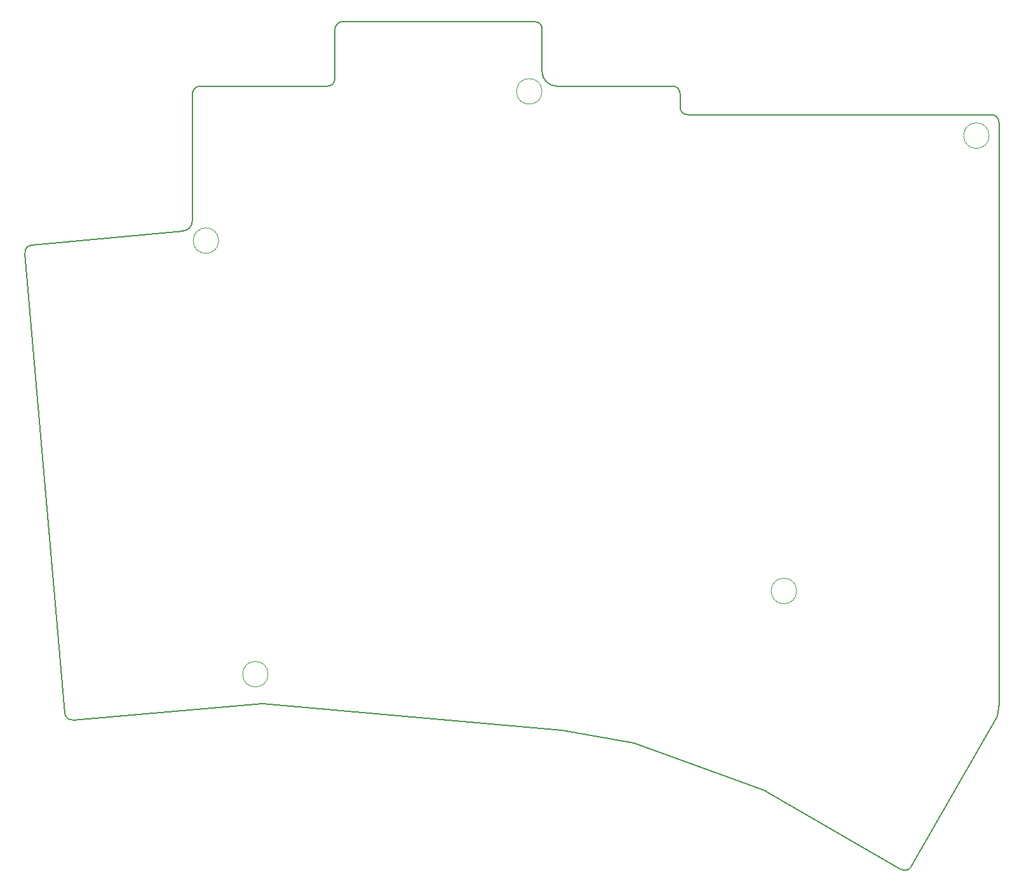
<source format=gbr>
%TF.GenerationSoftware,KiCad,Pcbnew,(6.0.0)*%
%TF.CreationDate,2022-12-29T10:21:43-08:00*%
%TF.ProjectId,mine,6d696e65-2e6b-4696-9361-645f70636258,v1.0.0*%
%TF.SameCoordinates,Original*%
%TF.FileFunction,Profile,NP*%
%FSLAX46Y46*%
G04 Gerber Fmt 4.6, Leading zero omitted, Abs format (unit mm)*
G04 Created by KiCad (PCBNEW (6.0.0)) date 2022-12-29 10:21:43*
%MOMM*%
%LPD*%
G01*
G04 APERTURE LIST*
%TA.AperFunction,Profile*%
%ADD10C,0.150000*%
%TD*%
%TA.AperFunction,Profile*%
%ADD11C,0.050000*%
%TD*%
G04 APERTURE END LIST*
D10*
X59000000Y-24299999D02*
G75*
G03*
X58000000Y-25330000I73910J-1072195D01*
G01*
X133400000Y-137300000D02*
G75*
G03*
X134800000Y-137000000I545751J869827D01*
G01*
X88300000Y-118800000D02*
X97850000Y-120500000D01*
D11*
X49100000Y-111300000D02*
G75*
G03*
X49100000Y-111300000I-1700000J0D01*
G01*
D10*
X37750000Y-52200000D02*
G75*
G03*
X39000000Y-50800000I-78488J1328114D01*
G01*
X57000000Y-32900000D02*
G75*
G03*
X58000000Y-31900000I-1J1000001D01*
G01*
X134800000Y-137000000D02*
X146300000Y-116900000D01*
D11*
X85600000Y-33600000D02*
G75*
G03*
X85600000Y-33600000I-1700000J0D01*
G01*
D10*
X88300000Y-118800000D02*
X48300000Y-115200000D01*
X84700000Y-24300000D02*
X59000000Y-24300000D01*
X146300000Y-116900000D02*
G75*
G03*
X146500000Y-115500000I-5592043J1513149D01*
G01*
X17600000Y-54100001D02*
G75*
G03*
X16700000Y-55200000I24994J-938631D01*
G01*
X58000000Y-25330000D02*
X58000000Y-31900000D01*
X104000000Y-33900000D02*
G75*
G03*
X103000000Y-32900000I-982846J17154D01*
G01*
X85600000Y-31000000D02*
X85600000Y-25300000D01*
X104000000Y-35700000D02*
X104000000Y-33900000D01*
X16700000Y-55200000D02*
X22000000Y-116500000D01*
X40000000Y-32900000D02*
G75*
G03*
X39000000Y-33900000I43579J-1043579D01*
G01*
D11*
X119542327Y-100203814D02*
G75*
G03*
X119542327Y-100203814I-1700000J0D01*
G01*
D10*
X23100000Y-117400000D02*
X48300000Y-115200000D01*
X146500000Y-37700000D02*
G75*
G03*
X145470000Y-36700000I-1015001J-15001D01*
G01*
X37750000Y-52200000D02*
X17600000Y-54100000D01*
X105020000Y-36700000D02*
X145470000Y-36700000D01*
X22000000Y-116500000D02*
G75*
G03*
X23100000Y-117400000I995255J94200D01*
G01*
X57000000Y-32900000D02*
X40000000Y-32900000D01*
X85599999Y-25300000D02*
G75*
G03*
X84700000Y-24300000I-937746J61028D01*
G01*
X146500000Y-115500000D02*
X146500000Y-37700000D01*
D11*
X145200000Y-39500000D02*
G75*
G03*
X145200000Y-39500000I-1700000J0D01*
G01*
D10*
X115100000Y-126750000D02*
X133400000Y-137300000D01*
X97850000Y-120500000D02*
X115100000Y-126750000D01*
X85600000Y-31000000D02*
G75*
G03*
X87600000Y-32900000I1987291J89253D01*
G01*
X103999999Y-35700000D02*
G75*
G03*
X105020000Y-36700000I1003068J2929D01*
G01*
X103000000Y-32900000D02*
X87600000Y-32900000D01*
X39000000Y-33900000D02*
X39000000Y-50800000D01*
D11*
X42500000Y-53500000D02*
G75*
G03*
X42500000Y-53500000I-1700000J0D01*
G01*
M02*

</source>
